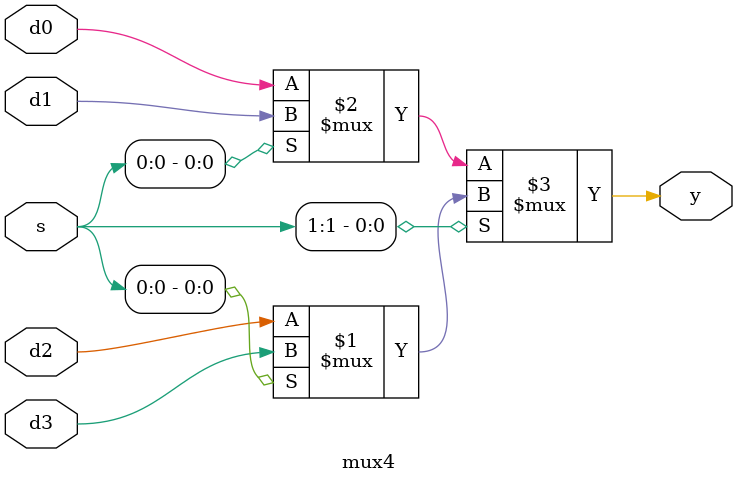
<source format=sv>
`timescale 1ns / 1ps


module mux4(input logic d0, d1, d2, d3,
input logic [1:0] s,
output logic y);
assign y = s[1] ? (s[0] ? d3 : d2)
: (s[0] ? d1 : d0);
endmodule
</source>
